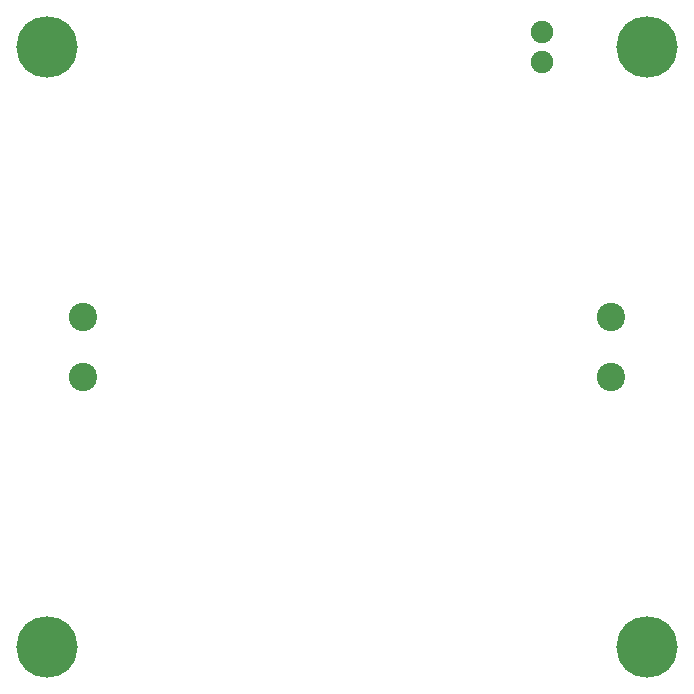
<source format=gbs>
G04 Layer: BottomSolderMaskLayer*
G04 Panelize: , Column: 2, Row: 2, Board Size: 58.42mm x 58.42mm, Panelized Board Size: 118.84mm x 118.84mm*
G04 EasyEDA v6.5.34, 2023-08-01 23:33:27*
G04 e813da22b39b4b048ad4b72b4fcfa076,5a6b42c53f6a479593ecc07194224c93,10*
G04 Gerber Generator version 0.2*
G04 Scale: 100 percent, Rotated: No, Reflected: No *
G04 Dimensions in millimeters *
G04 leading zeros omitted , absolute positions ,4 integer and 5 decimal *
%FSLAX45Y45*%
%MOMM*%

%ADD10C,2.4032*%
%ADD11C,5.2032*%
%ADD12C,1.9016*%

%LPD*%
D10*
G01*
X5156200Y2667000D03*
G01*
X5156200Y3175000D03*
G01*
X685800Y3175000D03*
G01*
X685800Y2667000D03*
D11*
G01*
X381000Y5461000D03*
G01*
X5461000Y5461000D03*
G01*
X5461000Y381000D03*
G01*
X381000Y381000D03*
D12*
G01*
X4572000Y5334000D03*
G01*
X4572000Y5588000D03*
M02*

</source>
